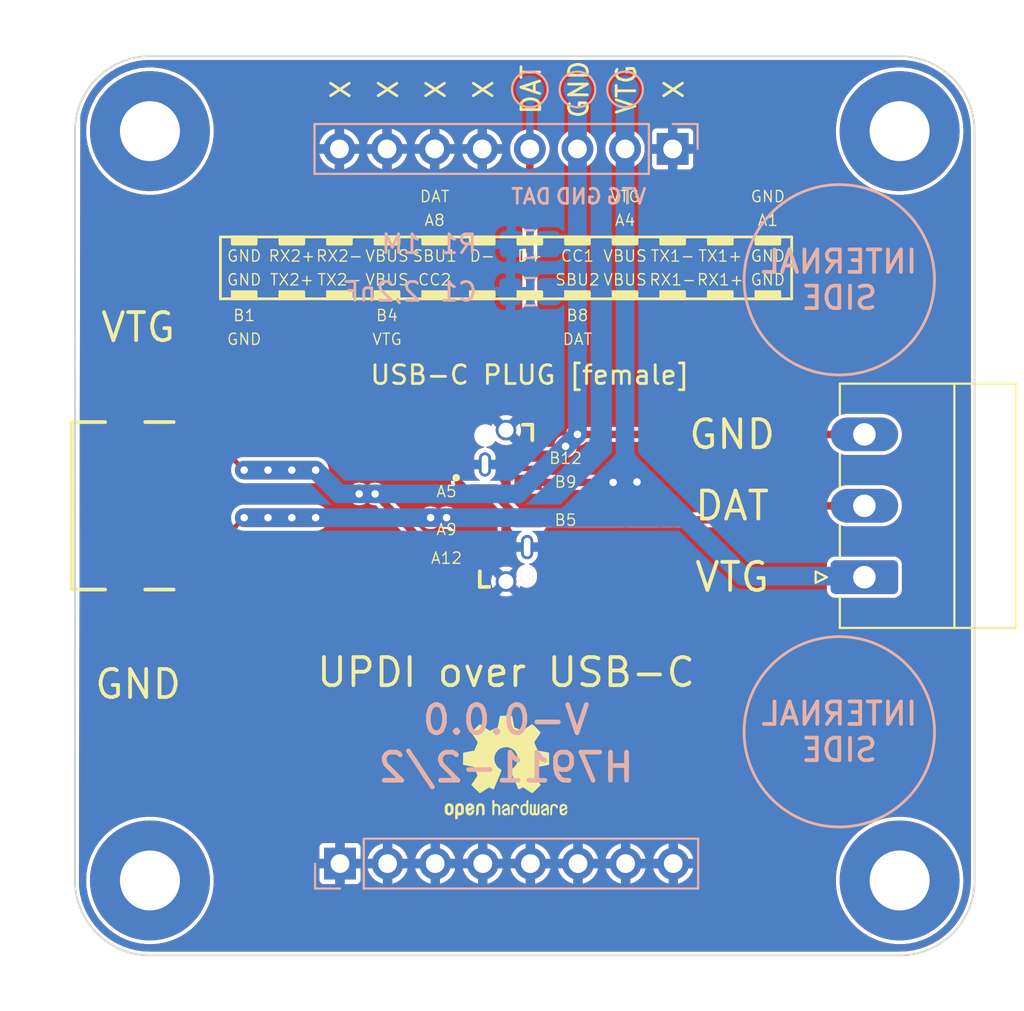
<source format=kicad_pcb>
(kicad_pcb (version 20240108) (generator "pcbnew") (generator_version "8.0")
  (layers (0 "F.Cu" signal) (31 "B.Cu" signal) (34 "B.Paste" user) (35 "F.Paste" user) (36 "B.SilkS" user "B.Silkscreen") (37 "F.SilkS" user "F.Silkscreen") (38 "B.Mask" user) (39 "F.Mask" user) (44 "Edge.Cuts" user))
  (net 0 "")
  (net 1 "GND")
  (net 8 "/Slave/Slave_VTG")
  (net 9 "/Slave/Slave_DAT")
  (net 10 "/Slave/Slave_GND")
  (footprint "MountingHole:MountingHole_3.2mm_M3_Pad_TopBottom" (layer "F.Cu") (at 138.48 93.66)
    (property "Reference" "H6" (hide yes))
    (property "Value" "MountingHole" (hide yes))
    (pad "1" thru_hole circle (at 0 0) (size 3.6 3.6) (drill 3.2) (layers "*.Cu" "*.Mask"))
    (pad "1" connect circle (at 0 0) (size 6.4 6.4) (layers "F.Cu" "F.Mask"))
    (pad "1" connect circle (at 0 0) (size 6.4 6.4) (layers "B.Cu" "B.Mask"))
  )
  (footprint "Connector_Phoenix_MC:PhoenixContact_MC_1,5_3-G-3.81_1x03_P3.81mm_Horizontal" (layer "F.Cu") (at 176.6 77.47 90)
    (property "Reference" "J8" (hide yes))
    (property "Value" "Conn_01x03_Pin" (hide yes))
    (pad "1" thru_hole roundrect (at 0 0 90) (size 1.8 3.6) (drill 1.2) (layers "*.Cu" "*.Mask") (roundrect_rratio 0.1388888889) (net 8 "/Slave/Slave_VTG"))
    (pad "2" thru_hole oval (at 3.81 0 90) (size 1.8 3.6) (drill 1.2) (layers "*.Cu" "*.Mask") (net 9 "/Slave/Slave_DAT"))
    (pad "3" thru_hole oval (at 7.62 0 90) (size 1.8 3.6) (drill 1.2) (layers "*.Cu" "*.Mask") (net 10 "/Slave/Slave_GND"))
  )
  (footprint "MountingHole:MountingHole_3.2mm_M3_Pad_TopBottom" (layer "F.Cu") (at 138.48 53.66)
    (property "Reference" "H5" (hide yes))
    (property "Value" "MountingHole" (hide yes))
    (pad "1" thru_hole circle (at 0 0) (size 3.6 3.6) (drill 3.2) (layers "*.Cu" "*.Mask"))
    (pad "1" connect circle (at 0 0) (size 6.4 6.4) (layers "F.Cu" "F.Mask"))
    (pad "1" connect circle (at 0 0) (size 6.4 6.4) (layers "B.Cu" "B.Mask"))
  )
  (footprint "footprints:GCT_USB4135-GF-A_REVA" (layer "F.Cu") (at 137.16 73.66 -90)
    (property "Reference" "J12" (hide yes))
    (property "Value" "USB4135-GF-A_REVA" (hide yes))
    (pad "A5" smd rect (at -0.5 -3.635 270) (size 0.7 1.2) (layers "F.Cu" "F.Paste" "F.Mask"))
    (pad "A9" smd rect (at 1.52 -3.635 270) (size 0.76 1.2) (layers "F.Cu" "F.Paste" "F.Mask") (net 8 "/Slave/Slave_VTG"))
    (pad "A12" smd rect (at 2.75 -3.635 270) (size 0.8 1.2) (layers "F.Cu" "F.Paste" "F.Mask") (net 10 "/Slave/Slave_GND"))
    (pad "B5" smd rect (at 0.5 -3.635 270) (size 0.7 1.2) (layers "F.Cu" "F.Paste" "F.Mask"))
    (pad "B9" smd rect (at -1.52 -3.635 270) (size 0.76 1.2) (layers "F.Cu" "F.Paste" "F.Mask") (net 8 "/Slave/Slave_VTG"))
    (pad "B12" smd rect (at -2.75 -3.635 270) (size 0.8 1.2) (layers "F.Cu" "F.Paste" "F.Mask") (net 10 "/Slave/Slave_GND"))
    (pad "S1" smd rect (at -5.125 -3.58 270) (size 1.8 1.35) (layers "F.Cu" "F.Paste" "F.Mask"))
    (pad "S2" smd rect (at -5.125 0 270) (size 1.8 1.5) (layers "F.Cu" "F.Paste" "F.Mask"))
    (pad "S3" smd rect (at 5.125 0 270) (size 1.8 1.5) (layers "F.Cu" "F.Paste" "F.Mask"))
    (pad "S4" smd rect (at 5.125 -3.58 270) (size 1.8 1.35) (layers "F.Cu" "F.Paste" "F.Mask"))
  )
  (footprint "MountingHole:MountingHole_3.2mm_M3_Pad_TopBottom" (layer "F.Cu") (at 178.48 53.66)
    (property "Reference" "H7" (hide yes))
    (property "Value" "MountingHole" (hide yes))
    (pad "1" thru_hole circle (at 0 0) (size 3.6 3.6) (drill 3.2) (layers "*.Cu" "*.Mask"))
    (pad "1" connect circle (at 0 0) (size 6.4 6.4) (layers "F.Cu" "F.Mask"))
    (pad "1" connect circle (at 0 0) (size 6.4 6.4) (layers "B.Cu" "B.Mask"))
  )
  (footprint "Symbol:OSHW-Logo2_7.3x6mm_SilkScreen" (layer "F.Cu") (at 157.48 87.63)
    (property "Reference" "REF**" (hide yes))
    (property "Value" "OSHW-Logo2_7.3x6mm_SilkScreen" (hide yes))
  )
  (footprint "MountingHole:MountingHole_3.2mm_M3_Pad_TopBottom" (layer "F.Cu") (at 178.48 93.66)
    (property "Reference" "H8" (hide yes))
    (property "Value" "MountingHole" (hide yes))
    (pad "1" thru_hole circle (at 0 0) (size 3.6 3.6) (drill 3.2) (layers "*.Cu" "*.Mask"))
    (pad "1" connect circle (at 0 0) (size 6.4 6.4) (layers "F.Cu" "F.Mask"))
    (pad "1" connect circle (at 0 0) (size 6.4 6.4) (layers "B.Cu" "B.Mask"))
  )
  (footprint "GCT_USB4180-03-0120-C:GCT_USB4180-03-0120-C_REVA" (layer "F.Cu") (at 157.48 73.66 90)
    (property "Reference" "J2" (hide yes))
    (property "Value" "USB4180-03-0120-C_REVA" (hide yes))
    (fp_line (start -3.675 0.75) (end -3.825 0.75) (stroke (width 0.01)) (layer "Edge.Cuts"))
    (fp_line (start -3.825 1.45) (end -3.675 1.45) (stroke (width 0.01)) (layer "Edge.Cuts"))
    (fp_arc (start -3.675 0.75) (mid -3.427513 0.852513) (end -3.325 1.1) (stroke (width 0.01)) (layer "Edge.Cuts"))
    (fp_arc (start -3.325 1.1) (mid -3.427513 1.347487) (end -3.675 1.45) (stroke (width 0.01)) (layer "Edge.Cuts"))
    (fp_arc (start -4.175 1.1) (mid -4.072487 0.852513) (end -3.825 0.75) (stroke (width 0.01)) (layer "Edge.Cuts"))
    (fp_arc (start -3.825 1.45) (mid -4.072487 1.347487) (end -4.175 1.1) (stroke (width 0.01)) (layer "Edge.Cuts"))
    (pad "" np_thru_hole circle (at 3.75 -1.1 90) (size 0.7 0.7) (drill 0.7) (layers "*.Cu" "*.Mask"))
    (pad "A5" smd rect (at 0.75 -1.18 90) (size 0.8 1.46) (layers "F.Cu" "F.Paste" "F.Mask") (net 9 "/Slave/Slave_DAT"))
    (pad "A9" smd rect (at -1.25 -1.18 90) (size 0.8 1.46) (layers "F.Cu" "F.Paste" "F.Mask") (net 8 "/Slave/Slave_VTG"))
    (pad "A12" smd rect (at -2.75 -1.18 90) (size 0.8 1.46) (layers "F.Cu" "F.Paste" "F.Mask") (net 10 "/Slave/Slave_GND"))
    (pad "B5" smd rect (at -0.75 1.18 90) (size 0.8 1.46) (layers "F.Cu" "F.Paste" "F.Mask") (net 9 "/Slave/Slave_DAT"))
    (pad "B9" smd rect (at 1.25 1.18 90) (size 0.8 1.46) (layers "F.Cu" "F.Paste" "F.Mask") (net 8 "/Slave/Slave_VTG"))
    (pad "B12" smd rect (at 2.75 1.18 90) (size 0.8 1.46) (layers "F.Cu" "F.Paste" "F.Mask") (net 10 "/Slave/Slave_GND"))
    (pad "S1" thru_hole oval (at 2.205 -1.125 90) (size 1.3 0.65) (drill oval 1 0.35) (layers "*.Cu" "*.Mask") (net 1 "GND"))
    (pad "S2" thru_hole circle (at -4.04 0 90) (size 1.1 1.1) (drill 0.8) (layers "*.Cu" "*.Mask") (net 1 "GND"))
    (pad "S3" thru_hole circle (at 4.04 0 90) (size 1.1 1.1) (drill 0.8) (layers "*.Cu" "*.Mask") (net 1 "GND"))
    (pad "S4" thru_hole oval (at -2.205 1.125 90) (size 1.3 0.65) (drill oval 1 0.35) (layers "*.Cu" "*.Mask") (net 1 "GND"))
  )
  (footprint "TestPoint:TestPoint_Pad_D1.5mm" (layer "B.Cu") (at 158.75 51.435 180)
    (property "Reference" "TP1" (hide yes))
    (property "Value" "TestPoint" (hide yes))
    (pad "1" smd circle (at 0 0 180) (size 1.5 1.5) (layers "B.Cu" "B.Mask") (net 9 "/Slave/Slave_DAT"))
  )
  (footprint "Connector_PinSocket_2.54mm:PinSocket_1x08_P2.54mm_Vertical" (layer "B.Cu") (at 148.62 92.76 -90)
    (property "Reference" "J9" (hide yes))
    (property "Value" "CON" (hide yes))
    (pad "1" thru_hole rect (at 0 0 270) (size 1.7 1.7) (drill 1) (layers "*.Cu" "*.Mask") (net 1 "GND"))
    (pad "2" thru_hole oval (at 0 -2.54 270) (size 1.7 1.7) (drill 1) (layers "*.Cu" "*.Mask") (net 1 "GND"))
    (pad "3" thru_hole oval (at 0 -5.08 270) (size 1.7 1.7) (drill 1) (layers "*.Cu" "*.Mask") (net 1 "GND"))
    (pad "4" thru_hole oval (at 0 -7.62 270) (size 1.7 1.7) (drill 1) (layers "*.Cu" "*.Mask") (net 1 "GND"))
    (pad "5" thru_hole oval (at 0 -10.16 270) (size 1.7 1.7) (drill 1) (layers "*.Cu" "*.Mask") (net 1 "GND"))
    (pad "6" thru_hole oval (at 0 -12.7 270) (size 1.7 1.7) (drill 1) (layers "*.Cu" "*.Mask") (net 1 "GND"))
    (pad "7" thru_hole oval (at 0 -15.24 270) (size 1.7 1.7) (drill 1) (layers "*.Cu" "*.Mask") (net 1 "GND"))
    (pad "8" thru_hole oval (at 0 -17.78 270) (size 1.7 1.7) (drill 1) (layers "*.Cu" "*.Mask") (net 1 "GND"))
  )
  (footprint "Connector_PinSocket_2.54mm:PinSocket_1x08_P2.54mm_Vertical" (layer "B.Cu") (at 166.37 54.61 90)
    (property "Reference" "J5" (hide yes))
    (property "Value" "CON" (hide yes))
    (pad "1" thru_hole rect (at 0 0 90) (size 1.7 1.7) (drill 1) (layers "*.Cu" "*.Mask") (net 1 "GND"))
    (pad "2" thru_hole oval (at 0 -2.54 90) (size 1.7 1.7) (drill 1) (layers "*.Cu" "*.Mask") (net 8 "/Slave/Slave_VTG"))
    (pad "3" thru_hole oval (at 0 -5.08 90) (size 1.7 1.7) (drill 1) (layers "*.Cu" "*.Mask") (net 10 "/Slave/Slave_GND"))
    (pad "4" thru_hole oval (at 0 -7.62 90) (size 1.7 1.7) (drill 1) (layers "*.Cu" "*.Mask") (net 9 "/Slave/Slave_DAT"))
    (pad "5" thru_hole oval (at 0 -10.16 90) (size 1.7 1.7) (drill 1) (layers "*.Cu" "*.Mask") (net 1 "GND"))
    (pad "6" thru_hole oval (at 0 -12.7 90) (size 1.7 1.7) (drill 1) (layers "*.Cu" "*.Mask") (net 1 "GND"))
    (pad "7" thru_hole oval (at 0 -15.24 90) (size 1.7 1.7) (drill 1) (layers "*.Cu" "*.Mask") (net 1 "GND"))
    (pad "8" thru_hole oval (at 0 -17.78 90) (size 1.7 1.7) (drill 1) (layers "*.Cu" "*.Mask") (net 1 "GND"))
  )
  (footprint "TestPoint:TestPoint_Pad_D1.5mm" (layer "B.Cu") (at 163.83 51.435 180)
    (property "Reference" "TP3" (hide yes))
    (property "Value" "TestPoint" (hide yes))
    (pad "1" smd circle (at 0 0 180) (size 1.5 1.5) (layers "B.Cu" "B.Mask") (net 8 "/Slave/Slave_VTG"))
  )
  (footprint "TestPoint:TestPoint_Pad_D1.5mm" (layer "B.Cu") (at 161.29 51.435 180)
    (property "Reference" "TP2" (hide yes))
    (property "Value" "TestPoint" (hide yes))
    (pad "1" smd circle (at 0 0 180) (size 1.5 1.5) (layers "B.Cu" "B.Mask") (net 10 "/Slave/Slave_GND"))
  )
  (footprint "Resistor_SMD:R_0805_2012Metric_Pad1.20x1.40mm_HandSolder" (layer "B.Cu") (at 158.75 59.69 180)
    (property "Reference" "R1" (at 3.81 0 180) (layer "B.SilkS") (effects (justify mirror)))
    (property "Value" "1M" (at 5.715 0 180) (layer "B.SilkS") (effects (justify left mirror)))
    (pad "1" smd roundrect (at -1 0 180) (size 1.2 1.4) (layers "B.Cu" "B.Paste" "B.Mask") (roundrect_rratio 0.2083333333) (net 10 "/Slave/Slave_GND"))
    (pad "2" smd roundrect (at 1 0 180) (size 1.2 1.4) (layers "B.Cu" "B.Paste" "B.Mask") (roundrect_rratio 0.2083333333) (net 1 "GND"))
  )
  (footprint "Capacitor_SMD:C_0805_2012Metric_Pad1.18x1.45mm_HandSolder" (layer "B.Cu") (at 158.75 62.23 180)
    (property "Reference" "C1" (at 3.81 0 180) (layer "B.SilkS") (effects (justify mirror)))
    (property "Value" "2,2nF" (at 5.715 0 180) (layer "B.SilkS") (effects (justify left mirror)))
    (pad "1" smd roundrect (at -1.0375 0 180) (size 1.175 1.45) (layers "B.Cu" "B.Paste" "B.Mask") (roundrect_rratio 0.2127659574) (net 10 "/Slave/Slave_GND"))
    (pad "2" smd roundrect (at 1.0375 0 180) (size 1.175 1.45) (layers "B.Cu" "B.Paste" "B.Mask") (roundrect_rratio 0.2127659574) (net 1 "GND"))
  )
  (gr_circle (center 175.26 61.595) (end 170.18 61.595) (stroke (width 0.15)) (fill none) (layer "B.SilkS"))
  (gr_circle (center 175.26 85.725) (end 170.18 85.725) (stroke (width 0.15)) (fill none) (layer "B.SilkS"))
  (gr_rect (start 170.815 62.23) (end 172.085 62.611) (stroke (width 0.15)) (fill solid) (layer "F.SilkS"))
  (gr_line (start 142.24 62.611) (end 142.24 59.309) (stroke (width 0.15)) (layer "F.SilkS"))
  (gr_rect (start 150.495 59.309) (end 151.765 59.69) (stroke (width 0.15)) (fill solid) (layer "F.SilkS"))
  (gr_rect (start 158.115 59.309) (end 159.385 59.69) (stroke (width 0.15)) (fill solid) (layer "F.SilkS"))
  (gr_rect (start 153.035 62.23) (end 154.305 62.611) (stroke (width 0.15)) (fill solid) (layer "F.SilkS"))
  (gr_rect (start 168.275 59.309) (end 169.545 59.69) (stroke (width 0.15)) (fill solid) (layer "F.SilkS"))
  (gr_rect (start 147.955 62.23) (end 149.225 62.611) (stroke (width 0.15)) (fill solid) (layer "F.SilkS"))
  (gr_rect (start 142.875 59.309) (end 144.145 59.69) (stroke (width 0.15)) (fill solid) (layer "F.SilkS"))
  (gr_rect (start 145.415 62.23) (end 146.685 62.611) (stroke (width 0.15)) (fill solid) (layer "F.SilkS"))
  (gr_line (start 142.24 62.611) (end 172.72 62.611) (stroke (width 0.15)) (layer "F.SilkS"))
  (gr_rect (start 163.195 62.23) (end 164.465 62.611) (stroke (width 0.15)) (fill solid) (layer "F.SilkS"))
  (gr_rect (start 160.655 59.309) (end 161.925 59.69) (stroke (width 0.15)) (fill solid) (layer "F.SilkS"))
  (gr_rect (start 170.815 59.309) (end 172.085 59.69) (stroke (width 0.15)) (fill solid) (layer "F.SilkS"))
  (gr_rect (start 163.195 59.309) (end 164.465 59.69) (stroke (width 0.15)) (fill solid) (layer "F.SilkS"))
  (gr_rect (start 155.575 59.309) (end 156.845 59.69) (stroke (width 0.15)) (fill solid) (layer "F.SilkS"))
  (gr_rect (start 145.415 59.309) (end 146.685 59.69) (stroke (width 0.15)) (fill solid) (layer "F.SilkS"))
  (gr_rect (start 165.735 62.23) (end 167.005 62.611) (stroke (width 0.15)) (fill solid) (layer "F.SilkS"))
  (gr_rect (start 155.575 62.23) (end 156.845 62.611) (stroke (width 0.15)) (fill solid) (layer "F.SilkS"))
  (gr_rect (start 160.655 62.23) (end 161.925 62.611) (stroke (width 0.15)) (fill solid) (layer "F.SilkS"))
  (gr_rect (start 147.955 59.309) (end 149.225 59.69) (stroke (width 0.15)) (fill solid) (layer "F.SilkS"))
  (gr_rect (start 142.875 62.23) (end 144.145 62.611) (stroke (width 0.15)) (fill solid) (layer "F.SilkS"))
  (gr_line (start 172.72 62.611) (end 172.72 59.309) (stroke (width 0.15)) (layer "F.SilkS"))
  (gr_rect (start 165.735 59.309) (end 167.005 59.69) (stroke (width 0.15)) (fill solid) (layer "F.SilkS"))
  (gr_rect (start 153.035 59.309) (end 154.305 59.69) (stroke (width 0.15)) (fill solid) (layer "F.SilkS"))
  (gr_rect (start 150.495 62.23) (end 151.765 62.611) (stroke (width 0.15)) (fill solid) (layer "F.SilkS"))
  (gr_rect (start 168.275 62.23) (end 169.545 62.611) (stroke (width 0.15)) (fill solid) (layer "F.SilkS"))
  (gr_line (start 142.24 59.309) (end 172.72 59.309) (stroke (width 0.15)) (layer "F.SilkS"))
  (gr_rect (start 158.115 62.23) (end 159.385 62.611) (stroke (width 0.15)) (fill solid) (layer "F.SilkS"))
  (gr_line (start 182.48 53.66) (end 182.48 93.66) (stroke (width 0.1)) (layer "Edge.Cuts"))
  (gr_arc (start 182.48 93.66) (mid 181.308427 96.488427) (end 178.48 97.66) (stroke (width 0.1)) (layer "Edge.Cuts"))
  (gr_line (start 138.48 49.66) (end 178.48 49.66) (stroke (width 0.1)) (layer "Edge.Cuts"))
  (gr_arc (start 138.48 97.66) (mid 135.651573 96.488427) (end 134.48 93.66) (stroke (width 0.1)) (layer "Edge.Cuts"))
  (gr_arc (start 178.48 49.66) (mid 181.308427 50.831573) (end 182.48 53.66) (stroke (width 0.1)) (layer "Edge.Cuts"))
  (gr_arc (start 134.48 53.66) (mid 135.651573 50.831573) (end 138.48 49.66) (stroke (width 0.1)) (layer "Edge.Cuts"))
  (gr_line (start 138.48 97.66) (end 178.48 97.66) (stroke (width 0.1)) (layer "Edge.Cuts"))
  (gr_line (start 134.48 53.66) (end 134.48 93.66) (stroke (width 0.1)) (layer "Edge.Cuts"))
  (gr_text "INTERNAL\nSIDE" (at 175.26 85.725 -0) (layer "B.SilkS") (effects (font (size 1.2 1.2) (thickness 0.2) (bold yes)) (justify mirror)))
  (gr_text "DAT" (at 158.82 57.15 0) (layer "B.SilkS") (effects (font (size 0.8 0.8)) (justify mirror)))
  (gr_text "V-0.0.0" (at 157.48 85.09 0) (layer "B.SilkS") (effects (font (size 1.5 1.5) (thickness 0.25) (bold yes)) (justify mirror)))
  (gr_text "GND" (at 161.36 57.15 0) (layer "B.SilkS") (effects (font (size 0.8 0.8)) (justify mirror)))
  (gr_text "INTERNAL\nSIDE" (at 175.26 61.595 -0) (layer "B.SilkS") (effects (font (size 1.2 1.2) (thickness 0.2) (bold yes)) (justify mirror)))
  (gr_text "H7911-2/2" (at 157.48 87.629998 0) (layer "B.SilkS") (effects (font (size 1.5 1.5) (thickness 0.25) (bold yes)) (justify mirror)))
  (gr_text "VTG" (at 163.9 57.15 0) (layer "B.SilkS") (effects (font (size 0.8 0.8)) (justify mirror)))
  (gr_text "GND" (at 161.36 51.434998 90) (layer "F.SilkS") (effects (font (size 1 1))))
  (gr_text "GND" (at 171.45 61.595 0) (layer "F.SilkS") (effects (font (size 0.6 0.6) (thickness 0.07) (bold yes))))
  (gr_text "VTG" (at 169.545 77.47 0) (layer "F.SilkS") (effects (font (size 1.5 1.5) (thickness 0.2))))
  (gr_text "X" (at 148.66 51.435 90) (layer "F.SilkS") (effects (font (size 1 1))))
  (gr_text "RX2+" (at 146.05 60.325 0) (layer "F.SilkS") (effects (font (size 0.6 0.6) (thickness 0.07) (bold yes))))
  (gr_text "X" (at 153.74 51.435 90) (layer "F.SilkS") (effects (font (size 1 1))))
  (gr_text "TX2+" (at 146.05 61.595 0) (layer "F.SilkS") (effects (font (size 0.6 0.6) (thickness 0.07) (bold yes))))
  (gr_text "SBU1" (at 153.67 60.325 0) (layer "F.SilkS") (effects (font (size 0.6 0.6) (thickness 0.07) (bold yes))))
  (gr_text "VTG" (at 163.83 57.15 0) (layer "F.SilkS") (effects (font (size 0.6 0.6) (thickness 0.07) (bold yes))))
  (gr_text "VBUS" (at 163.83 60.325 0) (layer "F.SilkS") (effects (font (size 0.6 0.6) (thickness 0.07) (bold yes))))
  (gr_text "TX1-" (at 166.37 60.325 0) (layer "F.SilkS") (effects (font (size 0.6 0.6) (thickness 0.07) (bold yes))))
  (gr_text "D+" (at 158.75 60.325 0) (layer "F.SilkS") (effects (font (size 0.6 0.6) (thickness 0.07) (bold yes))))
  (gr_text "A12" (at 154.305 76.454 0) (layer "F.SilkS") (effects (font (size 0.6 0.6) (thickness 0.07) (bold yes))))
  (gr_text "GND" (at 137.85 83.185 0) (layer "F.SilkS") (effects (font (size 1.5 1.5) (thickness 0.2))))
  (gr_text "VTG" (at 137.85 64.135 0) (layer "F.SilkS") (effects (font (size 1.5 1.5) (thickness 0.2))))
  (gr_text "RX1+" (at 168.91 61.595 0) (layer "F.SilkS") (effects (font (size 0.6 0.6) (thickness 0.07) (bold yes))))
  (gr_text "TX1+" (at 168.91 60.325 0) (layer "F.SilkS") (effects (font (size 0.6 0.6) (thickness 0.07) (bold yes))))
  (gr_text "VBUS" (at 151.13 60.325 0) (layer "F.SilkS") (effects (font (size 0.6 0.6) (thickness 0.07) (bold yes))))
  (gr_text "A8" (at 153.67 58.42 0) (layer "F.SilkS") (effects (font (size 0.6 0.6) (thickness 0.07) (bold yes))))
  (gr_text "VTG" (at 163.9 51.435 90) (layer "F.SilkS") (effects (font (size 1 1))))
  (gr_text "DAT" (at 169.545 73.66 0) (layer "F.SilkS") (effects (font (size 1.5 1.5) (thickness 0.2))))
  (gr_text "GND" (at 143.51 60.325 0) (layer "F.SilkS") (effects (font (size 0.6 0.6) (thickness 0.07) (bold yes))))
  (gr_text "X" (at 156.28 51.435 90) (layer "F.SilkS") (effects (font (size 1 1))))
  (gr_text "USB-C PLUG [female]" (at 158.75 66.675 0) (layer "F.SilkS") (effects (font (size 1 1))))
  (gr_text "B4" (at 151.13 63.5 0) (layer "F.SilkS") (effects (font (size 0.6 0.6) (thickness 0.07) (bold yes))))
  (gr_text "TX2-" (at 148.59 61.595 0) (layer "F.SilkS") (effects (font (size 0.6 0.6) (thickness 0.07) (bold yes))))
  (gr_text "A1" (at 171.45 58.42 0) (layer "F.SilkS") (effects (font (size 0.6 0.6) (thickness 0.07) (bold yes))))
  (gr_text "DAT" (at 153.67 57.15 0) (layer "F.SilkS") (effects (font (size 0.6 0.6) (thickness 0.07) (bold yes))))
  (gr_text "GND" (at 169.545 69.85 0) (layer "F.SilkS") (effects (font (size 1.5 1.5) (thickness 0.2))))
  (gr_text "D-" (at 156.21 60.325 0) (layer "F.SilkS") (effects (font (size 0.6 0.6) (thickness 0.07) (bold yes))))
  (gr_text "VBUS" (at 151.13 61.595 0) (layer "F.SilkS") (effects (font (size 0.6 0.6) (thickness 0.07) (bold yes))))
  (gr_text "A4" (at 163.83 58.42 0) (layer "F.SilkS") (effects (font (size 0.6 0.6) (thickness 0.07) (bold yes))))
  (gr_text "CC1" (at 161.29 60.325 0) (layer "F.SilkS") (effects (font (size 0.6 0.6) (thickness 0.07) (bold yes))))
  (gr_text "VTG" (at 151.13 64.77 0) (layer "F.SilkS") (effects (font (size 0.6 0.6) (thickness 0.07) (bold yes))))
  (gr_text "VBUS" (at 163.83 61.595 0) (layer "F.SilkS") (effects (font (size 0.6 0.6) (thickness 0.07) (bold yes))))
  (gr_text "RX2-" (at 148.59 60.325 0) (layer "F.SilkS") (effects (font (size 0.6 0.6) (thickness 0.07) (bold yes))))
  (gr_text "GND" (at 143.51 64.77 0) (layer "F.SilkS") (effects (font (size 0.6 0.6) (thickness 0.07) (bold yes))))
  (gr_text "DAT" (at 158.82 51.435 90) (layer "F.SilkS") (effects (font (size 1 1))))
  (gr_text "A9" (at 154.305 74.93 0) (layer "F.SilkS") (effects (font (size 0.6 0.6) (thickness 0.07) (bold yes))))
  (gr_text "X" (at 151.2 51.435 90) (layer "F.SilkS") (effects (font (size 1 1))))
  (gr_text "SBU2" (at 161.29 61.595 0) (layer "F.SilkS") (effects (font (size 0.6 0.6) (thickness 0.07) (bold yes))))
  (gr_text "GND" (at 171.45 57.15 0) (layer "F.SilkS") (effects (font (size 0.6 0.6) (thickness 0.07) (bold yes))))
  (gr_text "DAT" (at 161.29 64.77 0) (layer "F.SilkS") (effects (font (size 0.6 0.6) (thickness 0.07) (bold yes))))
  (gr_text "B9" (at 160.655 72.39 0) (layer "F.SilkS") (effects (font (size 0.6 0.6) (thickness 0.07) (bold yes))))
  (gr_text "CC2" (at 153.67 61.595 0) (layer "F.SilkS") (effects (font (size 0.6 0.6) (thickness 0.07) (bold yes))))
  (gr_text "GND" (at 171.45 60.325 0) (layer "F.SilkS") (effects (font (size 0.6 0.6) (thickness 0.07) (bold yes))))
  (gr_text "B5" (at 160.655 74.422 0) (layer "F.SilkS") (effects (font (size 0.6 0.6) (thickness 0.07) (bold yes))))
  (gr_text "X" (at 166.44 51.435 90) (layer "F.SilkS") (effects (font (size 1 1))))
  (gr_text "B1" (at 143.51 63.5 0) (layer "F.SilkS") (effects (font (size 0.6 0.6) (thickness 0.07) (bold yes))))
  (gr_text "B12" (at 160.655 71.12 0) (layer "F.SilkS") (effects (font (size 0.6 0.6) (thickness 0.07) (bold yes))))
  (gr_text "A5" (at 154.305 72.898 0) (layer "F.SilkS") (effects (font (size 0.6 0.6) (thickness 0.07) (bold yes))))
  (gr_text "RX1-" (at 166.37 61.595 0) (layer "F.SilkS") (effects (font (size 0.6 0.6) (thickness 0.07) (bold yes))))
  (gr_text "UPDI over USB-C" (at 157.48 82.55 0) (layer "F.SilkS") (effects (font (size 1.5 1.5) (thickness 0.2))))
  (gr_text "B8" (at 161.29 63.5 0) (layer "F.SilkS") (effects (font (size 0.6 0.6) (thickness 0.07) (bold yes))))
  (gr_text "GND" (at 143.51 61.595 0) (layer "F.SilkS") (effects (font (size 0.6 0.6) (thickness 0.07) (bold yes))))
  (segment (start 143.51 74.295) (end 147.32 74.295) (width 1) (layer "F.Cu") (net 8))
  (segment (start 138.43 74.93) (end 138.68 75.18) (width 0.25) (layer "F.Cu") (net 8))
  (segment (start 142.625 75.18) (end 143.51 74.295) (width 0.25) (layer "F.Cu") (net 8))
  (segment (start 154.92 74.91) (end 156.3 74.91) (width 0.4) (layer "F.Cu") (net 8))
  (segment (start 156.3 74.91) (end 156.3 74.84) (width 0.25) (layer "F.Cu") (net 8))
  (segment (start 154.305 74.295) (end 154.92 74.91) (width 0.4) (layer "F.Cu") (net 8))
  (segment (start 140.795 72.14) (end 138.68 72.14) (width 0.25) (layer "F.Cu") (net 8))
  (segment (start 138.43 72.39) (end 138.43 74.93) (width 0.25) (layer "F.Cu") (net 8))
  (segment (start 164.445 72.41) (end 164.465 72.39) (width 0.4) (layer "F.Cu") (net 8))
  (segment (start 154.305 74.295) (end 153.454997 74.295) (width 0.4) (layer "F.Cu") (net 8))
  (segment (start 163.175 72.41) (end 163.195 72.41) (width 0.4) (layer "F.Cu") (net 8))
  (segment (start 158.66 72.41) (end 164.445 72.41) (width 0.4) (layer "F.Cu") (net 8))
  (segment (start 138.68 72.14) (end 138.43 72.39) (width 0.25) (layer "F.Cu") (net 8))
  (segment (start 163.195 72.41) (end 163.215 72.41) (width 0.4) (layer "F.Cu") (net 8))
  (segment (start 138.68 75.18) (end 140.795 75.18) (width 0.25) (layer "F.Cu") (net 8))
  (segment (start 140.795 75.18) (end 142.625 75.18) (width 0.25) (layer "F.Cu") (net 8))
  (segment (start 164.465 72.39) (end 164.485 72.41) (width 0.4) (layer "F.Cu") (net 8))
  (via (at 143.51 74.295) (size 0.8) (drill 0.4) (layers "F.Cu" "B.Cu") (net 8))
  (via (at 146.05 74.295) (size 0.8) (drill 0.4) (layers "F.Cu" "B.Cu") (net 8))
  (via (at 144.78 74.295) (size 0.8) (drill 0.4) (layers "F.Cu" "B.Cu") (net 8))
  (via (at 164.465 72.39) (size 0.8) (drill 0.4) (layers "F.Cu" "B.Cu") (net 8))
  (via (at 154.305 74.295) (size 0.8) (drill 0.4) (layers "F.Cu" "B.Cu") (net 8))
  (via (at 147.32 74.295) (size 0.8) (drill 0.4) (layers "F.Cu" "B.Cu") (net 8))
  (via (at 163.195 72.41) (size 0.8) (drill 0.4) (layers "F.Cu" "B.Cu") (net 8))
  (via (at 153.454997 74.295) (size 0.8) (drill 0.4) (layers "F.Cu" "B.Cu") (net 8))
  (segment (start 163.83 71.12) (end 160.655 74.295) (width 1) (layer "B.Cu") (net 8))
  (segment (start 144.78 74.295) (end 146.05 74.295) (width 1) (layer "B.Cu") (net 8))
  (segment (start 175.26 77.415) (end 170.125 77.415) (width 1) (layer "B.Cu") (net 8))
  (segment (start 163.83 54.61) (end 163.83 67.31) (width 1) (layer "B.Cu") (net 8))
  (segment (start 163.83 71.12) (end 166.37 73.66) (width 1) (layer "B.Cu") (net 8))
  (segment (start 163.83 54.61) (end 163.83 51.435) (width 1) (layer "B.Cu") (net 8))
  (segment (start 160.655 74.295) (end 160.02 74.295) (width 1) (layer "B.Cu") (net 8))
  (segment (start 146.05 74.295) (end 147.32 74.295) (width 1) (layer "B.Cu") (net 8))
  (segment (start 163.83 67.31) (end 163.83 71.12) (width 1) (layer "B.Cu") (net 8))
  (segment (start 167.005 74.295) (end 166.37 74.295) (width 1) (layer "B.Cu") (net 8))
  (segment (start 160.02 74.295) (end 163.83 74.295) (width 1) (layer "B.Cu") (net 8))
  (segment (start 165.735 74.295) (end 166.37 74.295) (width 1) (layer "B.Cu") (net 8))
  (segment (start 166.37 73.66) (end 167.005 74.295) (width 1) (layer "B.Cu") (net 8))
  (segment (start 170.125 77.415) (end 166.37 73.66) (width 1) (layer "B.Cu") (net 8))
  (segment (start 147.32 74.295) (end 160.02 74.295) (width 1) (layer "B.Cu") (net 8))
  (segment (start 143.51 74.295) (end 144.78 74.295) (width 1) (layer "B.Cu") (net 8))
  (segment (start 163.83 74.295) (end 165.735 74.295) (width 1) (layer "B.Cu") (net 8))
  (segment (start 158.66 74.41) (end 173.31 74.41) (width 0.4) (layer "F.Cu") (net 9))
  (segment (start 174.06 73.66) (end 176.6 73.66) (width 0.4) (layer "F.Cu") (net 9))
  (segment (start 156.73 72.91) (end 156.3 72.91) (width 0.4) (layer "F.Cu") (net 9))
  (segment (start 158.66 74.41) (end 158.23 74.41) (width 0.4) (layer "F.Cu") (net 9))
  (segment (start 158.75 54.61) (end 158.75 64.86525) (width 0.4) (layer "F.Cu") (net 9))
  (segment (start 158.23 74.41) (end 156.73 72.91) (width 0.4) (layer "F.Cu") (net 9))
  (segment (start 154.94 68.67525) (end 154.94 72.39) (width 0.4) (layer "F.Cu") (net 9))
  (segment (start 155.46 72.91) (end 156.3 72.91) (width 0.4) (layer "F.Cu") (net 9))
  (segment (start 173.31 74.41) (end 174.06 73.66) (width 0.4) (layer "F.Cu") (net 9))
  (segment (start 158.75 64.86525) (end 154.94 68.67525) (width 0.4) (layer "F.Cu") (net 9))
  (segment (start 154.94 72.39) (end 155.46 72.91) (width 0.4) (layer "F.Cu") (net 9))
  (segment (start 158.75 54.61) (end 158.75 51.435) (width 0.4) (layer "B.Cu") (net 9))
  (segment (start 143.51 71.755) (end 142.665 70.91) (width 0.25) (layer "F.Cu") (net 10))
  (segment (start 143.51 71.755) (end 147.32 71.755) (width 1) (layer "F.Cu") (net 10))
  (segment (start 158.66 70.91) (end 160.23 70.91) (width 0.4) (layer "F.Cu") (net 10))
  (segment (start 153.88 76.41) (end 150.495 73.025) (width 0.4) (layer "F.Cu") (net 10))
  (segment (start 142.665 70.91) (end 140.795 70.91) (width 0.25) (layer "F.Cu") (net 10))
  (segment (start 160.23 70.91) (end 161.29 69.85) (width 0.4) (layer "F.Cu") (net 10))
  (segment (start 158.66 70.91) (end 158.66 71.03) (width 0.4) (layer "F.Cu") (net 10))
  (segment (start 137.795 75.565) (end 137.795 71.755) (width 0.25) (layer "F.Cu") (net 10))
  (segment (start 138.64 76.41) (end 137.795 75.565) (width 0.25) (layer "F.Cu") (net 10))
  (segment (start 158.66 71.03) (end 158.75 71.12) (width 0.4) (layer "F.Cu") (net 10))
  (segment (start 138.64 70.91) (end 137.795 71.755) (width 0.25) (layer "F.Cu") (net 10))
  (segment (start 140.795 70.91) (end 138.64 70.91) (width 0.25) (layer "F.Cu") (net 10))
  (segment (start 150.495 73.025) (end 149.644997 73.025) (width 0.4) (layer "F.Cu") (net 10))
  (segment (start 161.29 69.85) (end 160.655 70.485) (width 0.4) (layer "F.Cu") (net 10))
  (segment (start 175.26 69.85) (end 161.29 69.85) (width 0.4) (layer "F.Cu") (net 10))
  (segment (start 156.3 76.41) (end 153.88 76.41) (width 0.4) (layer "F.Cu") (net 10))
  (segment (start 140.795 76.41) (end 138.64 76.41) (width 0.25) (layer "F.Cu") (net 10))
  (via (at 144.78 71.755) (size 0.8) (drill 0.4) (layers "F.Cu" "B.Cu") (net 10))
  (via (at 161.29 69.85) (size 0.8) (drill 0.4) (layers "F.Cu" "B.Cu") (net 10))
  (via (at 149.644997 73.025) (size 0.8) (drill 0.4) (layers "F.Cu" "B.Cu") (net 10))
  (via (at 160.655 70.485) (size 0.8) (drill 0.4) (layers "F.Cu" "B.Cu") (net 10))
  (via (at 150.495 73.025) (size 0.8) (drill 0.4) (layers "F.Cu" "B.Cu") (net 10))
  (via (at 147.32 71.755) (size 0.8) (drill 0.4) (layers "F.Cu" "B.Cu") (net 10))
  (via (at 146.05 71.755) (size 0.8) (drill 0.4) (layers "F.Cu" "B.Cu") (net 10))
  (via (at 143.51 71.755) (size 0.8) (drill 0.4) (layers "F.Cu" "B.Cu") (net 10))
  (segment (start 146.05 71.755) (end 147.32 71.755) (width 1) (layer "B.Cu") (net 10))
  (segment (start 161.29 69.85) (end 158.115 73.025) (width 1) (layer "B.Cu") (net 10))
  (segment (start 161.29 54.61) (end 161.29 51.435) (width 1) (layer "B.Cu") (net 10))
  (segment (start 143.51 71.755) (end 144.78 71.755) (width 1) (layer "B.Cu") (net 10))
  (segment (start 161.29 59.69) (end 159.75 59.69) (width 1) (layer "B.Cu") (net 10))
  (segment (start 161.29 58.42) (end 161.29 60.96) (width 1) (layer "B.Cu") (net 10))
  (segment (start 144.78 71.755) (end 146.05 71.755) (width 1) (layer "B.Cu") (net 10))
  (segment (start 158.115 73.025) (end 149.644997 73.025) (width 1) (layer "B.Cu") (net 10))
  (segment (start 148.59 73.025) (end 147.32 71.755) (width 1) (layer "B.Cu") (net 10))
  (segment (start 161.29 62.23) (end 159.7875 62.23) (width 1) (layer "B.Cu") (net 10))
  (segment (start 149.644997 73.025) (end 148.59 73.025) (width 1) (layer "B.Cu") (net 10))
  (segment (start 161.29 60.96) (end 161.29 69.85) (width 1) (layer "B.Cu") (net 10))
  (segment (start 161.29 54.61) (end 161.29 58.42) (width 1) (layer "B.Cu") (net 10))
  (zone (net 1) (net_name "GND") (layers "F&B.Cu") (connect_pads (clearance 0)) (min_thickness 0.05) (fill yes (thermal_gap 0.25) (thermal_bridge_width 0.5))
    (polygon (pts (xy 132.48 47.66) (xy 184.48 47.66) (xy 184.48 99.66) (xy 132.48 99.66)))
  )
  (zone (net 0) (net_name "") (layers "F&B.Cu") (connect_pads (clearance 0)) (min_thickness 0.2)
    (keepout (tracks allowed) (vias allowed) (pads allowed) (copperpour not_allowed) (footprints allowed))
    (fill (thermal_gap 0.25) (thermal_bridge_width 0.5))
    (polygon (pts (xy 134.78 46.66) (xy 134.68 100.66) (xy 130.48 100.66) (xy 130.48 46.66)))
  )
  (zone (net 8) (net_name "/Slave/Slave_VTG") (layer "B.Cu") (priority 1) (connect_pads yes (clearance 0)) (min_thickness 0.1) (fill yes (thermal_gap 0.5) (thermal_bridge_width 0.5))
    (polygon (pts (xy 160.655 74.295) (xy 163.83 71.12) (xy 167.005 74.295)))
  )
)
</source>
